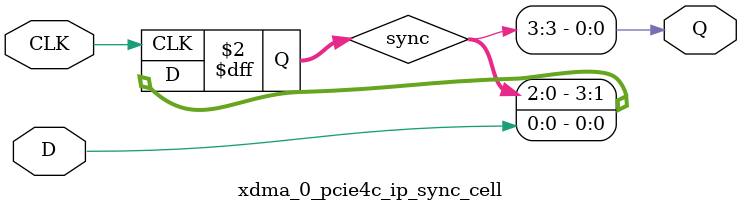
<source format=v>

`timescale 1ps / 1ps

(* DowngradeIPIdentifiedWarnings = "yes" *)
module xdma_0_pcie4c_ip_sync_cell #
(
    parameter integer STAGE = 3
)
(
    //-------------------------------------------------------------------------- 
    //  Input Ports
    //-------------------------------------------------------------------------- 
    input                               CLK,
    input                               D,
    
    //-------------------------------------------------------------------------- 
    //  Output Ports
    //-------------------------------------------------------------------------- 
    output                              Q
);
    //-------------------------------------------------------------------------- 
    //  Synchronized Signals
    //--------------------------------------------------------------------------  
    (* ASYNC_REG = "TRUE", SHIFT_EXTRACT = "NO" *) reg [STAGE:0] sync;                                                            



//--------------------------------------------------------------------------------------------------
//  Synchronizier
//--------------------------------------------------------------------------------------------------
always @ (posedge CLK)
begin

    sync <= {sync[(STAGE-1):0], D};
            
end   



//--------------------------------------------------------------------------------------------------
//  Generate Output
//--------------------------------------------------------------------------------------------------
assign Q = sync[STAGE];



endmodule

</source>
